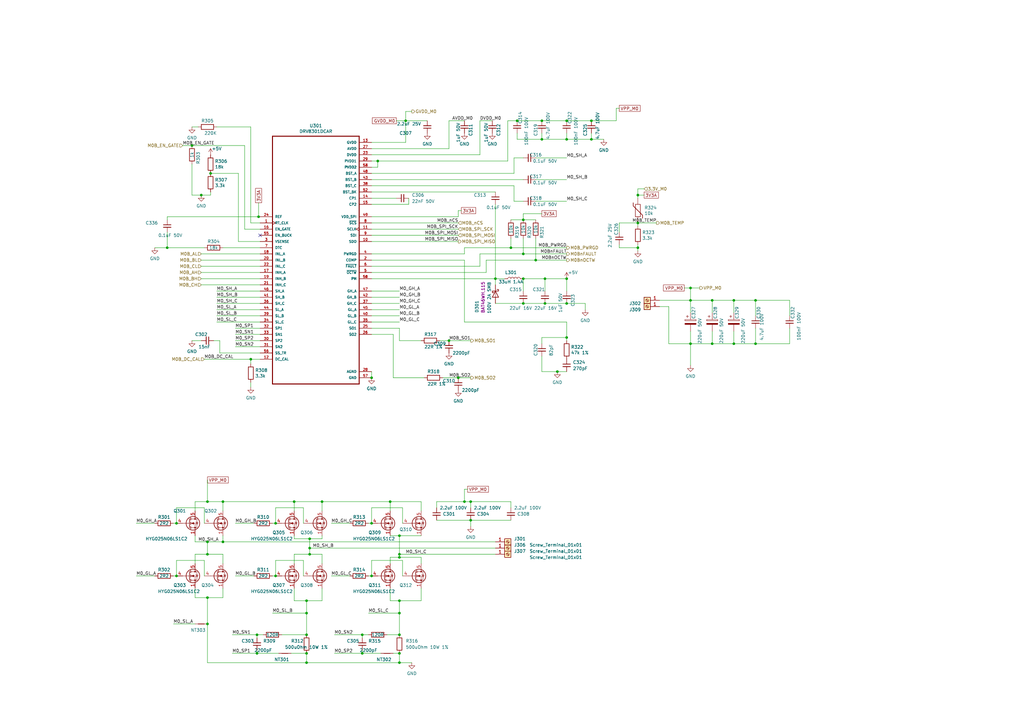
<source format=kicad_sch>
(kicad_sch (version 20230121) (generator eeschema)
  (paper "A3")
  (title_block (title "Q Motor Driver M0") (rev "1") (comment 1 "Drawn by: KHY"))
  (junction (at 106.045 88.9))
  (junction (at 68.58 101.6))
  (junction (at 102.87 147.32))
  (junction (at 232.41 138.43))
  (junction (at 223.52 124.46))
  (junction (at 214.63 114.3))
  (junction (at 203.2 114.3))
  (junction (at 82.55 80.01))
  (junction (at 283.21 123.19))
  (junction (at 113.03 236.22))
  (junction (at 125.73 246.38))
  (junction (at 193.04 213.36))
  (junction (at 222.25 57.15))
  (junction (at 212.09 49.53))
  (junction (at 125.73 251.46))
  (junction (at 232.41 49.53))
  (junction (at 85.09 255.905))
  (junction (at 85.09 205.74))
  (junction (at 91.44 205.74))
  (junction (at 184.15 139.7))
  (junction (at 166.37 49.53))
  (junction (at 214.63 104.14))
  (junction (at 292.1 140.97))
  (junction (at 193.04 205.74))
  (junction (at 283.21 140.97))
  (junction (at 163.83 227.33))
  (junction (at 242.57 57.15))
  (junction (at 105.41 267.97))
  (junction (at 214.63 90.17))
  (junction (at 160.02 205.74))
  (junction (at 91.44 222.25))
  (junction (at 232.41 57.15))
  (junction (at 261.62 91.44))
  (junction (at 214.63 124.46))
  (junction (at 242.57 49.53))
  (junction (at 163.83 219.71))
  (junction (at 300.99 140.97))
  (junction (at 127 227.33))
  (junction (at 300.99 123.19))
  (junction (at 72.39 214.63))
  (junction (at 148.59 267.97))
  (junction (at 105.41 260.35))
  (junction (at 232.41 124.46))
  (junction (at 163.83 271.78))
  (junction (at 72.39 236.22))
  (junction (at 187.96 154.94))
  (junction (at 113.03 214.63))
  (junction (at 152.4 154.94))
  (junction (at 292.1 123.19))
  (junction (at 125.73 267.97))
  (junction (at 125.73 260.35))
  (junction (at 120.65 205.74))
  (junction (at 152.4 236.22))
  (junction (at 152.4 214.63))
  (junction (at 163.83 228.6))
  (junction (at 85.09 245.11))
  (junction (at 148.59 260.35))
  (junction (at 78.74 59.69))
  (junction (at 163.83 267.97))
  (junction (at 222.25 49.53))
  (junction (at 163.83 251.46))
  (junction (at 163.83 260.35))
  (junction (at 132.08 205.74))
  (junction (at 261.62 80.01))
  (junction (at 232.41 114.3))
  (junction (at 219.71 106.68))
  (junction (at 154.94 66.04))
  (junction (at 125.73 271.78))
  (junction (at 85.09 227.33))
  (junction (at 261.62 101.6))
  (junction (at 163.83 246.38))
  (junction (at 190.5 205.74))
  (junction (at 127 224.79))
  (junction (at 127 220.98))
  (junction (at 223.52 114.3))
  (junction (at 309.88 123.19))
  (junction (at 85.09 222.25))
  (junction (at 209.55 101.6))
  (junction (at 86.36 71.12))
  (junction (at 309.88 140.97))
  (junction (at 228.6 152.4))
  (junction (at 283.21 118.11))
  (no_connect (at 106.68 96.52))
  (wire (pts (xy 232.41 57.15) (xy 242.57 57.15)))
  (wire (pts (xy 68.58 90.17) (xy 68.58 88.9)))
  (wire (pts (xy 252.73 44.45) (xy 252.73 49.53)))
  (wire (pts (xy 148.59 267.97) (xy 156.21 267.97)))
  (wire (pts (xy 105.41 260.35) (xy 105.41 261.62)))
  (wire (pts (xy 160.02 228.6) (xy 160.02 231.14)))
  (wire (pts (xy 323.85 134.62) (xy 323.85 140.97)))
  (wire (pts (xy 163.83 134.62) (xy 152.4 134.62)))
  (wire (pts (xy 261.62 80.01) (xy 261.62 81.28)))
  (wire (pts (xy 203.2 116.84) (xy 203.2 114.3)))
  (wire (pts (xy 82.55 116.84) (xy 106.68 116.84)))
  (wire (pts (xy 300.99 123.19) (xy 309.88 123.19)))
  (wire (pts (xy 83.82 208.28) (xy 72.39 208.28)))
  (wire (pts (xy 201.93 49.53) (xy 196.85 49.53)))
  (wire (pts (xy 223.52 114.3) (xy 214.63 114.3)))
  (wire (pts (xy 91.44 231.14) (xy 91.44 227.33)))
  (wire (pts (xy 190.5 101.6) (xy 190.5 104.14)))
  (wire (pts (xy 163.83 139.7) (xy 163.83 134.62)))
  (wire (pts (xy 264.16 77.47) (xy 261.62 77.47)))
  (wire (pts (xy 172.72 241.3) (xy 172.72 246.38)))
  (wire (pts (xy 214.63 97.79) (xy 214.63 104.14)))
  (wire (pts (xy 120.65 219.71) (xy 120.65 220.98)))
  (wire (pts (xy 212.09 57.15) (xy 222.25 57.15)))
  (wire (pts (xy 190.5 132.08) (xy 190.5 106.68)))
  (wire (pts (xy 163.83 227.33) (xy 163.83 228.6)))
  (wire (pts (xy 309.88 140.97) (xy 323.85 140.97)))
  (wire (pts (xy 193.04 213.36) (xy 209.55 213.36)))
  (wire (pts (xy 270.51 123.19) (xy 283.21 123.19)))
  (wire (pts (xy 132.08 219.71) (xy 132.08 220.98)))
  (wire (pts (xy 172.72 228.6) (xy 163.83 228.6)))
  (wire (pts (xy 132.08 220.98) (xy 127 220.98)))
  (wire (pts (xy 209.55 208.28) (xy 209.55 205.74)))
  (wire (pts (xy 80.01 241.3) (xy 80.01 245.11)))
  (wire (pts (xy 212.09 54.61) (xy 212.09 57.15)))
  (wire (pts (xy 210.82 64.77) (xy 210.82 71.12)))
  (wire (pts (xy 152.4 81.28) (xy 162.56 81.28)))
  (wire (pts (xy 96.52 134.62) (xy 106.68 134.62)))
  (wire (pts (xy 300.99 128.27) (xy 300.99 123.19)))
  (wire (pts (xy 82.55 109.22) (xy 106.68 109.22)))
  (wire (pts (xy 214.63 90.17) (xy 219.71 90.17)))
  (wire (pts (xy 148.59 266.7) (xy 148.59 267.97)))
  (wire (pts (xy 193.04 154.94) (xy 187.96 154.94)))
  (wire (pts (xy 120.65 220.98) (xy 127 220.98)))
  (wire (pts (xy 124.46 208.28) (xy 113.03 208.28)))
  (wire (pts (xy 88.9 121.92) (xy 106.68 121.92)))
  (wire (pts (xy 214.63 104.14) (xy 232.41 104.14)))
  (wire (pts (xy 120.65 205.74) (xy 132.08 205.74)))
  (wire (pts (xy 100.33 59.69) (xy 100.33 93.98)))
  (wire (pts (xy 232.41 119.38) (xy 232.41 114.3)))
  (wire (pts (xy 102.87 91.44) (xy 106.68 91.44)))
  (wire (pts (xy 214.63 124.46) (xy 223.52 124.46)))
  (wire (pts (xy 199.39 106.68) (xy 199.39 111.76)))
  (wire (pts (xy 151.13 251.46) (xy 163.83 251.46)))
  (wire (pts (xy 120.65 205.74) (xy 120.65 209.55)))
  (wire (pts (xy 254 101.6) (xy 261.62 101.6)))
  (wire (pts (xy 152.4 152.4) (xy 152.4 154.94)))
  (wire (pts (xy 165.1 208.28) (xy 152.4 208.28)))
  (wire (pts (xy 96.52 139.7) (xy 106.68 139.7)))
  (wire (pts (xy 269.24 91.44) (xy 261.62 91.44)))
  (wire (pts (xy 161.29 137.16) (xy 161.29 154.94)))
  (wire (pts (xy 88.9 127) (xy 106.68 127)))
  (wire (pts (xy 232.41 124.46) (xy 240.03 124.46)))
  (wire (pts (xy 165.1 229.87) (xy 152.4 229.87)))
  (wire (pts (xy 85.09 222.25) (xy 91.44 222.25)))
  (wire (pts (xy 152.4 71.12) (xy 210.82 71.12)))
  (wire (pts (xy 72.39 208.28) (xy 72.39 214.63)))
  (wire (pts (xy 309.88 123.19) (xy 309.88 129.54)))
  (wire (pts (xy 187.96 88.9) (xy 152.4 88.9)))
  (wire (pts (xy 242.57 54.61) (xy 242.57 57.15)))
  (wire (pts (xy 88.9 132.08) (xy 106.68 132.08)))
  (wire (pts (xy 152.4 109.22) (xy 196.85 109.22)))
  (wire (pts (xy 300.99 123.19) (xy 292.1 123.19)))
  (wire (pts (xy 83.82 214.63) (xy 83.82 208.28)))
  (wire (pts (xy 86.36 78.74) (xy 86.36 80.01)))
  (wire (pts (xy 107.95 260.35) (xy 105.41 260.35)))
  (wire (pts (xy 209.55 101.6) (xy 190.5 101.6)))
  (wire (pts (xy 222.25 57.15) (xy 232.41 57.15)))
  (wire (pts (xy 124.46 214.63) (xy 124.46 208.28)))
  (wire (pts (xy 132.08 209.55) (xy 132.08 205.74)))
  (wire (pts (xy 323.85 129.54) (xy 323.85 123.19)))
  (wire (pts (xy 97.79 71.12) (xy 97.79 99.06)))
  (wire (pts (xy 166.37 49.53) (xy 166.37 58.42)))
  (wire (pts (xy 199.39 111.76) (xy 152.4 111.76)))
  (wire (pts (xy 219.71 97.79) (xy 219.71 106.68)))
  (wire (pts (xy 160.02 241.3) (xy 160.02 246.38)))
  (wire (pts (xy 80.01 245.11) (xy 85.09 245.11)))
  (wire (pts (xy 106.68 88.9) (xy 106.045 88.9)))
  (wire (pts (xy 91.44 205.74) (xy 91.44 209.55)))
  (wire (pts (xy 223.52 114.3) (xy 232.41 114.3)))
  (wire (pts (xy 88.9 52.07) (xy 102.87 52.07)))
  (wire (pts (xy 127 220.98) (xy 127 224.79)))
  (wire (pts (xy 152.4 78.74) (xy 203.2 78.74)))
  (wire (pts (xy 91.44 101.6) (xy 106.68 101.6)))
  (wire (pts (xy 187.96 86.36) (xy 187.96 88.9)))
  (wire (pts (xy 68.58 95.25) (xy 68.58 101.6)))
  (wire (pts (xy 163.83 132.08) (xy 152.4 132.08)))
  (wire (pts (xy 106.68 114.3) (xy 82.55 114.3)))
  (wire (pts (xy 96.52 236.22) (xy 104.14 236.22)))
  (wire (pts (xy 88.9 119.38) (xy 106.68 119.38)))
  (wire (pts (xy 193.04 139.7) (xy 184.15 139.7)))
  (wire (pts (xy 132.08 227.33) (xy 132.08 231.14)))
  (wire (pts (xy 163.83 267.97) (xy 163.83 271.78)))
  (wire (pts (xy 132.08 241.3) (xy 132.08 246.38)))
  (wire (pts (xy 222.25 152.4) (xy 222.25 146.05)))
  (wire (pts (xy 83.82 236.22) (xy 83.82 229.87)))
  (wire (pts (xy 125.73 267.97) (xy 125.73 271.78)))
  (wire (pts (xy 119.38 267.97) (xy 125.73 267.97)))
  (wire (pts (xy 96.52 142.24) (xy 106.68 142.24)))
  (wire (pts (xy 85.09 227.33) (xy 85.09 222.25)))
  (wire (pts (xy 152.4 114.3) (xy 203.2 114.3)))
  (wire (pts (xy 78.74 67.31) (xy 78.74 80.01)))
  (wire (pts (xy 190.5 132.08) (xy 232.41 132.08)))
  (wire (pts (xy 163.83 219.71) (xy 163.83 227.33)))
  (wire (pts (xy 132.08 246.38) (xy 125.73 246.38)))
  (wire (pts (xy 212.09 49.53) (xy 222.25 49.53)))
  (wire (pts (xy 163.83 121.92) (xy 152.4 121.92)))
  (wire (pts (xy 68.58 88.9) (xy 106.045 88.9)))
  (wire (pts (xy 274.32 140.97) (xy 283.21 140.97)))
  (wire (pts (xy 120.65 227.33) (xy 127 227.33)))
  (wire (pts (xy 88.9 129.54) (xy 106.68 129.54)))
  (wire (pts (xy 261.62 102.87) (xy 261.62 101.6)))
  (wire (pts (xy 254 44.45) (xy 252.73 44.45)))
  (wire (pts (xy 80.01 231.14) (xy 80.01 227.33)))
  (wire (pts (xy 232.41 73.66) (xy 219.71 73.66)))
  (wire (pts (xy 85.09 245.11) (xy 85.09 255.905)))
  (wire (pts (xy 163.83 127) (xy 152.4 127)))
  (wire (pts (xy 71.12 214.63) (xy 72.39 214.63)))
  (wire (pts (xy 148.59 260.35) (xy 137.16 260.35)))
  (wire (pts (xy 152.4 229.87) (xy 152.4 236.22)))
  (wire (pts (xy 96.52 214.63) (xy 104.14 214.63)))
  (wire (pts (xy 173.99 154.94) (xy 161.29 154.94)))
  (wire (pts (xy 125.73 246.38) (xy 125.73 251.46)))
  (wire (pts (xy 208.28 49.53) (xy 212.09 49.53)))
  (wire (pts (xy 187.96 99.06) (xy 152.4 99.06)))
  (wire (pts (xy 209.55 101.6) (xy 232.41 101.6)))
  (wire (pts (xy 78.74 59.69) (xy 100.33 59.69)))
  (wire (pts (xy 163.83 251.46) (xy 163.83 260.35)))
  (wire (pts (xy 172.72 246.38) (xy 163.83 246.38)))
  (wire (pts (xy 184.15 139.7) (xy 180.34 139.7)))
  (wire (pts (xy 105.41 267.97) (xy 105.41 266.7)))
  (wire (pts (xy 91.44 227.33) (xy 85.09 227.33)))
  (wire (pts (xy 78.74 52.07) (xy 81.28 52.07)))
  (wire (pts (xy 232.41 138.43) (xy 232.41 139.7)))
  (wire (pts (xy 111.76 251.46) (xy 125.73 251.46)))
  (wire (pts (xy 172.72 139.7) (xy 163.83 139.7)))
  (wire (pts (xy 166.37 45.72) (xy 166.37 49.53)))
  (wire (pts (xy 71.12 236.22) (xy 72.39 236.22)))
  (wire (pts (xy 111.76 214.63) (xy 113.03 214.63)))
  (wire (pts (xy 193.04 205.74) (xy 190.5 205.74)))
  (wire (pts (xy 106.68 106.68) (xy 82.55 106.68)))
  (wire (pts (xy 151.13 260.35) (xy 148.59 260.35)))
  (wire (pts (xy 203.2 83.82) (xy 203.2 114.3)))
  (wire (pts (xy 283.21 140.97) (xy 283.21 149.86)))
  (wire (pts (xy 187.96 93.98) (xy 152.4 93.98)))
  (wire (pts (xy 191.77 200.66) (xy 190.5 200.66)))
  (wire (pts (xy 196.85 109.22) (xy 196.85 104.14)))
  (wire (pts (xy 172.72 209.55) (xy 172.72 205.74)))
  (wire (pts (xy 115.57 260.35) (xy 125.73 260.35)))
  (wire (pts (xy 189.23 86.36) (xy 187.96 86.36)))
  (wire (pts (xy 78.74 80.01) (xy 82.55 80.01)))
  (wire (pts (xy 232.41 64.77) (xy 219.71 64.77)))
  (wire (pts (xy 208.28 66.04) (xy 154.94 66.04)))
  (wire (pts (xy 222.25 138.43) (xy 232.41 138.43)))
  (wire (pts (xy 165.1 214.63) (xy 165.1 208.28)))
  (wire (pts (xy 309.88 123.19) (xy 323.85 123.19)))
  (wire (pts (xy 80.01 205.74) (xy 80.01 209.55)))
  (wire (pts (xy 78.74 139.7) (xy 82.55 139.7)))
  (wire (pts (xy 90.17 144.78) (xy 106.68 144.78)))
  (wire (pts (xy 196.85 104.14) (xy 214.63 104.14)))
  (wire (pts (xy 179.07 205.74) (xy 179.07 208.28)))
  (wire (pts (xy 90.17 139.7) (xy 87.63 139.7)))
  (wire (pts (xy 120.65 241.3) (xy 120.65 246.38)))
  (wire (pts (xy 196.85 63.5) (xy 152.4 63.5)))
  (wire (pts (xy 160.02 246.38) (xy 163.83 246.38)))
  (wire (pts (xy 252.73 49.53) (xy 242.57 49.53)))
  (wire (pts (xy 199.39 106.68) (xy 219.71 106.68)))
  (wire (pts (xy 86.36 80.01) (xy 82.55 80.01)))
  (wire (pts (xy 292.1 123.19) (xy 283.21 123.19)))
  (wire (pts (xy 210.82 76.2) (xy 210.82 82.55)))
  (wire (pts (xy 214.63 114.3) (xy 214.63 119.38)))
  (wire (pts (xy 102.87 147.32) (xy 106.68 147.32)))
  (wire (pts (xy 228.6 152.4) (xy 222.25 152.4)))
  (wire (pts (xy 113.03 229.87) (xy 113.03 236.22)))
  (wire (pts (xy 95.25 267.97) (xy 105.41 267.97)))
  (wire (pts (xy 190.5 205.74) (xy 179.07 205.74)))
  (wire (pts (xy 152.4 208.28) (xy 152.4 214.63)))
  (wire (pts (xy 242.57 57.15) (xy 247.65 57.15)))
  (wire (pts (xy 97.79 99.06) (xy 106.68 99.06)))
  (wire (pts (xy 223.52 119.38) (xy 223.52 114.3)))
  (wire (pts (xy 261.62 77.47) (xy 261.62 80.01)))
  (wire (pts (xy 152.4 129.54) (xy 163.83 129.54)))
  (wire (pts (xy 95.25 260.35) (xy 105.41 260.35)))
  (wire (pts (xy 102.87 147.32) (xy 102.87 149.225)))
  (wire (pts (xy 222.25 87.63) (xy 214.63 87.63)))
  (wire (pts (xy 222.25 54.61) (xy 222.25 57.15)))
  (wire (pts (xy 161.29 267.97) (xy 163.83 267.97)))
  (wire (pts (xy 91.44 219.71) (xy 91.44 222.25)))
  (wire (pts (xy 309.88 140.97) (xy 300.99 140.97)))
  (wire (pts (xy 232.41 132.08) (xy 232.41 138.43)))
  (wire (pts (xy 292.1 123.19) (xy 292.1 128.27)))
  (wire (pts (xy 167.64 83.82) (xy 152.4 83.82)))
  (wire (pts (xy 137.16 267.97) (xy 148.59 267.97)))
  (wire (pts (xy 152.4 68.58) (xy 154.94 68.58)))
  (wire (pts (xy 154.94 66.04) (xy 152.4 66.04)))
  (wire (pts (xy 208.28 49.53) (xy 208.28 66.04)))
  (wire (pts (xy 90.17 144.78) (xy 90.17 139.7)))
  (wire (pts (xy 154.94 68.58) (xy 154.94 66.04)))
  (wire (pts (xy 190.5 200.66) (xy 190.5 205.74)))
  (wire (pts (xy 181.61 154.94) (xy 187.96 154.94)))
  (wire (pts (xy 179.07 213.36) (xy 193.04 213.36)))
  (wire (pts (xy 232.41 54.61) (xy 232.41 57.15)))
  (wire (pts (xy 106.68 124.46) (xy 88.9 124.46)))
  (wire (pts (xy 274.32 125.73) (xy 274.32 140.97)))
  (wire (pts (xy 120.65 246.38) (xy 125.73 246.38)))
  (wire (pts (xy 264.16 80.01) (xy 261.62 80.01)))
  (wire (pts (xy 106.045 83.185) (xy 106.045 88.9)))
  (wire (pts (xy 254 91.44) (xy 254 95.25)))
  (wire (pts (xy 91.44 222.25) (xy 203.2 222.25)))
  (wire (pts (xy 83.82 147.32) (xy 102.87 147.32)))
  (wire (pts (xy 190.5 49.53) (xy 184.15 49.53)))
  (wire (pts (xy 132.08 205.74) (xy 160.02 205.74)))
  (wire (pts (xy 102.87 156.845) (xy 102.87 158.75)))
  (wire (pts (xy 184.15 49.53) (xy 184.15 60.96)))
  (wire (pts (xy 223.52 124.46) (xy 232.41 124.46)))
  (wire (pts (xy 309.88 134.62) (xy 309.88 140.97)))
  (wire (pts (xy 106.68 111.76) (xy 82.55 111.76)))
  (wire (pts (xy 68.58 101.6) (xy 83.82 101.6)))
  (wire (pts (xy 240.03 124.46) (xy 240.03 127)))
  (wire (pts (xy 85.09 271.78) (xy 85.09 255.905)))
  (wire (pts (xy 71.12 255.905) (xy 80.01 255.905)))
  (wire (pts (xy 125.73 271.78) (xy 163.83 271.78)))
  (wire (pts (xy 91.44 245.11) (xy 85.09 245.11)))
  (wire (pts (xy 214.63 64.77) (xy 210.82 64.77)))
  (wire (pts (xy 283.21 135.89) (xy 283.21 140.97)))
  (wire (pts (xy 113.03 208.28) (xy 113.03 214.63)))
  (wire (pts (xy 270.51 125.73) (xy 274.32 125.73)))
  (wire (pts (xy 280.67 118.11) (xy 283.21 118.11)))
  (wire (pts (xy 127 227.33) (xy 132.08 227.33)))
  (wire (pts (xy 292.1 135.89) (xy 292.1 140.97)))
  (wire (pts (xy 254 100.33) (xy 254 101.6)))
  (wire (pts (xy 72.39 229.87) (xy 72.39 236.22)))
  (wire (pts (xy 160.02 205.74) (xy 172.72 205.74)))
  (wire (pts (xy 82.55 104.14) (xy 106.68 104.14)))
  (wire (pts (xy 210.82 82.55) (xy 214.63 82.55)))
  (wire (pts (xy 120.65 231.14) (xy 120.65 227.33)))
  (wire (pts (xy 165.1 236.22) (xy 165.1 229.87)))
  (wire (pts (xy 80.01 205.74) (xy 85.09 205.74)))
  (wire (pts (xy 163.83 227.33) (xy 203.2 227.33)))
  (wire (pts (xy 196.85 49.53) (xy 196.85 63.5)))
  (wire (pts (xy 63.5 101.6) (xy 68.58 101.6)))
  (wire (pts (xy 124.46 236.22) (xy 124.46 229.87)))
  (wire (pts (xy 124.46 229.87) (xy 113.03 229.87)))
  (wire (pts (xy 152.4 119.38) (xy 163.83 119.38)))
  (wire (pts (xy 167.64 81.28) (xy 167.64 83.82)))
  (wire (pts (xy 148.59 260.35) (xy 148.59 261.62)))
  (wire (pts (xy 193.04 213.36) (xy 193.04 215.9)))
  (wire (pts (xy 222.25 140.97) (xy 222.25 138.43)))
  (wire (pts (xy 80.01 227.33) (xy 85.09 227.33)))
  (wire (pts (xy 190.5 104.14) (xy 152.4 104.14)))
  (wire (pts (xy 80.01 219.71) (xy 80.01 222.25)))
  (wire (pts (xy 135.89 214.63) (xy 143.51 214.63)))
  (wire (pts (xy 74.93 59.69) (xy 78.74 59.69)))
  (wire (pts (xy 125.73 271.78) (xy 85.09 271.78)))
  (wire (pts (xy 261.62 91.44) (xy 261.62 92.71)))
  (wire (pts (xy 168.91 45.72) (xy 166.37 45.72)))
  (wire (pts (xy 261.62 91.44) (xy 254 91.44)))
  (wire (pts (xy 135.89 236.22) (xy 143.51 236.22)))
  (wire (pts (xy 222.25 49.53) (xy 232.41 49.53)))
  (wire (pts (xy 219.71 106.68) (xy 232.41 106.68)))
  (wire (pts (xy 127 224.79) (xy 127 227.33)))
  (wire (pts (xy 232.41 152.4) (xy 228.6 152.4)))
  (wire (pts (xy 283.21 118.11) (xy 287.02 118.11)))
  (wire (pts (xy 184.15 60.96) (xy 152.4 60.96)))
  (wire (pts (xy 83.82 229.87) (xy 72.39 229.87)))
  (wire (pts (xy 96.52 137.16) (xy 106.68 137.16)))
  (wire (pts (xy 125.73 251.46) (xy 125.73 260.35)))
  (wire (pts (xy 160.02 219.71) (xy 163.83 219.71)))
  (wire (pts (xy 55.88 214.63) (xy 63.5 214.63)))
  (wire (pts (xy 152.4 124.46) (xy 163.83 124.46)))
  (wire (pts (xy 209.55 90.17) (xy 214.63 90.17)))
  (wire (pts (xy 160.02 205.74) (xy 160.02 209.55)))
  (wire (pts (xy 151.13 214.63) (xy 152.4 214.63)))
  (wire (pts (xy 152.4 76.2) (xy 210.82 76.2)))
  (wire (pts (xy 283.21 118.11) (xy 283.21 123.19)))
  (wire (pts (xy 232.41 49.53) (xy 242.57 49.53)))
  (wire (pts (xy 209.55 97.79) (xy 209.55 101.6)))
  (wire (pts (xy 172.72 231.14) (xy 172.72 228.6)))
  (wire (pts (xy 166.37 58.42) (xy 152.4 58.42)))
  (wire (pts (xy 163.83 228.6) (xy 160.02 228.6)))
  (wire (pts (xy 111.76 236.22) (xy 113.03 236.22)))
  (wire (pts (xy 283.21 123.19) (xy 283.21 128.27)))
  (wire (pts (xy 292.1 140.97) (xy 283.21 140.97)))
  (wire (pts (xy 55.88 236.22) (xy 63.5 236.22)))
  (wire (pts (xy 214.63 87.63) (xy 214.63 90.17)))
  (wire (pts (xy 91.44 205.74) (xy 120.65 205.74)))
  (wire (pts (xy 203.2 124.46) (xy 214.63 124.46)))
  (wire (pts (xy 152.4 91.44) (xy 187.96 91.44)))
  (wire (pts (xy 261.62 101.6) (xy 261.62 100.33)))
  (wire (pts (xy 85.09 196.85) (xy 85.09 205.74)))
  (wire (pts (xy 85.09 205.74) (xy 91.44 205.74)))
  (wire (pts (xy 163.83 219.71) (xy 172.72 219.71)))
  (wire (pts (xy 127 224.79) (xy 203.2 224.79)))
  (wire (pts (xy 162.56 49.53) (xy 166.37 49.53)))
  (wire (pts (xy 105.41 267.97) (xy 114.3 267.97)))
  (wire (pts (xy 163.83 246.38) (xy 163.83 251.46)))
  (wire (pts (xy 300.99 135.89) (xy 300.99 140.97)))
  (wire (pts (xy 203.2 114.3) (xy 207.01 114.3)))
  (wire (pts (xy 300.99 140.97) (xy 292.1 140.97)))
  (wire (pts (xy 152.4 96.52) (xy 187.96 96.52)))
  (wire (pts (xy 232.41 82.55) (xy 219.71 82.55)))
  (wire (pts (xy 190.5 106.68) (xy 152.4 106.68)))
  (wire (pts (xy 152.4 137.16) (xy 161.29 137.16)))
  (wire (pts (xy 100.33 93.98) (xy 106.68 93.98)))
  (wire (pts (xy 163.83 271.78) (xy 168.91 271.78)))
  (wire (pts (xy 91.44 241.3) (xy 91.44 245.11)))
  (wire (pts (xy 209.55 205.74) (xy 193.04 205.74)))
  (wire (pts (xy 151.13 236.22) (xy 152.4 236.22)))
  (wire (pts (xy 175.26 49.53) (xy 166.37 49.53)))
  (wire (pts (xy 80.01 222.25) (xy 85.09 222.25)))
  (wire (pts (xy 193.04 208.28) (xy 193.04 205.74)))
  (wire (pts (xy 158.75 260.35) (xy 163.83 260.35)))
  (wire (pts (xy 152.4 73.66) (xy 214.63 73.66)))
  (wire (pts (xy 86.36 71.12) (xy 97.79 71.12)))
  (wire (pts (xy 102.87 52.07) (xy 102.87 91.44)))
  (label "M0_SP2" (at 137.16 267.97 0))
  (label "M0_SN1" (at 96.52 137.16 0))
  (label "M0_SL_B" (at 111.76 251.46 0))
  (label "M0_GH_A" (at 55.88 214.63 0))
  (label "M0B_SO2" (at 193.04 154.94 180))
  (label "M0_SH_A" (at 88.9 119.38 0))
  (label "M0B_TEMP" (at 269.24 91.44 180))
  (label "M0_SH_A" (at 232.41 64.77 0))
  (label "M0_GL_A" (at 55.88 236.22 0))
  (label "M0BnOCTW" (at 232.41 106.68 180))
  (label "M0_GH_C" (at 135.89 214.63 0))
  (label "M0B_DC_CAL" (at 83.82 147.32 0))
  (label "M0_SP1" (at 95.25 267.97 0))
  (label "M0_GL_C" (at 163.83 132.08 0))
  (label "M0_SN2" (at 137.16 260.35 0))
  (label "M0_SN1" (at 95.25 260.35 0))
  (label "AVDD_M0" (at 185.42 49.53 0))
  (label "M0_SH_B" (at 232.41 73.66 0))
  (label "M0_SL_A" (at 88.9 127 0))
  (label "M0B_SO1" (at 193.04 139.7 180))
  (label "M0B_SPI_MISO" (at 187.96 99.06 180))
  (label "M0_SH_C" (at 166.37 227.33 0))
  (label "M0_GH_A" (at 163.83 119.38 0))
  (label "M0_GL_A" (at 163.83 127 0))
  (label "M0_SL_B" (at 88.9 129.54 0))
  (label "M0B_SPI_MOSI" (at 187.96 96.52 180))
  (label "M0_GL_B" (at 96.52 236.22 0))
  (label "M0_SH_B" (at 88.9 121.92 0))
  (label "M0_SP2" (at 96.52 139.7 0))
  (label "M0_SH_A" (at 81.28 222.25 0))
  (label "M0_SL_C" (at 88.9 132.08 0))
  (label "M0_GH_C" (at 163.83 124.46 0))
  (label "M0_SP1" (at 96.52 134.62 0))
  (label "DVDD_M0" (at 196.85 49.53 0))
  (label "M0_GH_B" (at 163.83 121.92 0))
  (label "M0_SL_C" (at 151.13 251.46 0))
  (label "M0B_EN_GATE" (at 74.93 59.69 0))
  (label "M0_SL_A" (at 71.12 255.905 0))
  (label "M0BnFAULT" (at 232.41 104.14 180))
  (label "M0_SH_C" (at 88.9 124.46 0))
  (label "M0_GL_B" (at 163.83 129.54 0))
  (label "M0B_PWRGD" (at 232.41 101.6 180))
  (label "M0_GH_B" (at 96.52 214.63 0))
  (label "M0_SH_B" (at 128.27 224.79 0))
  (label "M0_SH_C" (at 232.41 82.55 0))
  (label "M0B_nCS" (at 187.96 91.44 180))
  (label "M0_SN2" (at 96.52 142.24 0))
  (label "M0_GL_C" (at 135.89 236.22 0))
  (label "M0B_SPI_SCK" (at 187.96 93.98 180))
  (global_label "VPP_M0" (shape passive) (at 191.77 200.66 0) (property "Intersheetrefs" "${INTERSHEET_REFS}" (effects hide)))
  (global_label "VPP_M0" (shape passive) (at 280.67 118.11 180) (property "Intersheetrefs" "${INTERSHEET_REFS}" (effects hide)))
  (global_label "3V3A" (shape passive) (at 222.25 87.63 0) (property "Intersheetrefs" "${INTERSHEET_REFS}" (effects hide)))
  (global_label "VPP_M0" (shape passive) (at 254 44.45 0) (property "Intersheetrefs" "${INTERSHEET_REFS}" (effects hide)))
  (global_label "3V3A" (shape passive) (at 106.045 83.185 90) (property "Intersheetrefs" "${INTERSHEET_REFS}" (effects hide)))
  (global_label "GVDD_M0" (shape passive) (at 162.56 49.53 180) (property "Intersheetrefs" "${INTERSHEET_REFS}" (effects hide)))
  (global_label "VPP_M0" (shape passive) (at 85.09 196.85 0) (property "Intersheetrefs" "${INTERSHEET_REFS}" (effects hide)))
  (global_label "3V3A" (shape passive) (at 189.23 86.36 0) (property "Intersheetrefs" "${INTERSHEET_REFS}" (effects hide)))
  (global_label "3V3A" (shape passive) (at 264.16 80.01 0) (property "Intersheetrefs" "${INTERSHEET_REFS}" (effects hide)))
  (hierarchical_label "VPP_M0" (shape output) (at 287.02 118.11 0))
  (hierarchical_label "M0B_EN_GATE" (shape input) (at 74.93 59.69 180))
  (hierarchical_label "GVDD_M0" (shape output) (at 168.91 45.72 0))
  (hierarchical_label "M0B_nCS" (shape input) (at 187.96 91.44 0))
  (hierarchical_label "M0B_SPI_MISO" (shape output) (at 187.96 99.06 0))
  (hierarchical_label "M0B_SPI_MOSI" (shape input) (at 187.96 96.52 0))
  (hierarchical_label "M0B_DC_CAL" (shape input) (at 83.82 147.32 180))
  (hierarchical_label "M0B_SO2" (shape output) (at 193.04 154.94 0))
  (hierarchical_label "M0B_BH" (shape input) (at 82.55 114.3 180))
  (hierarchical_label "M0B_TEMP" (shape output) (at 269.24 91.44 0))
  (hierarchical_label "M0B_CH" (shape input) (at 82.55 116.84 180))
  (hierarchical_label "M0B_PWRGD" (shape output) (at 232.41 101.6 0))
  (hierarchical_label "M0B_CL" (shape input) (at 82.55 109.22 180))
  (hierarchical_label "M0B_AL" (shape input) (at 82.55 104.14 180))
  (hierarchical_label "M0B_BL" (shape input) (at 82.55 106.68 180))
  (hierarchical_label "M0BnOCTW" (shape output) (at 232.41 106.68 0))
  (hierarchical_label "M0B_SPI_SCK" (shape input) (at 187.96 93.98 0))
  (hierarchical_label "3.3V_M0" (shape input) (at 264.16 77.47 0))
  (hierarchical_label "M0BnFAULT" (shape output) (at 232.41 104.14 0))
  (hierarchical_label "M0B_AH" (shape input) (at 82.55 111.76 180))
  (hierarchical_label "M0B_SO1" (shape output) (at 193.04 139.7 0))
  (symbol (lib_id "Device:C_Small") (at 193.04 210.82 0) (unit 1)
    (property "Reference" "C304" (at 195.58 210.82 0) (effects (justify left)))
    (property "Value" "2.2uF 100V" (at 194.31 208.28 0) (effects (justify left)))
    (property "Footprint" "Capacitor_SMD:C_1210_3225Metric" (effects hide))
    (property "MPN" "HMK325B7225KN-T" (effects hide))
    (property "JLC" "1210" (effects hide))
    (property "LCSC" "C92775" (effects hide))
    (property "Unit Price" "0.1262" (effects hide))
  )
  (symbol (lib_id "Device:C_Small") (at 148.59 264.16 180) (unit 1)
    (property "Reference" "C305" (at 144.78 262.89 0))
    (property "Value" "2200pF" (at 151.13 266.7 0))
    (property "Footprint" "Capacitor_SMD:C_0402_1005Metric" (effects hide))
    (property "MPN" "CC0402KRX7R0BB222" (effects hide))
    (property "JLC" "0402" (effects hide))
    (property "LCSC" "C576731" (effects hide))
    (property "Unit Price" "0.0042" (effects hide))
  )
  (symbol (lib_id "power:GND") (at 261.62 102.87 0) (unit 1)
    (property "Reference" "#PWR0215" (effects hide))
    (property "Value" "GND" (at 261.62 107.315 0))
    (instances (project "qdrive_2axis" (path "" (reference "#PWR0215") (unit 1)) (path "" (reference "#PWR0302") (unit 1))))
  )
  (symbol (lib_id "Device:R") (at 85.09 52.07 270) (unit 1)
    (property "Reference" "R305" (at 85.09 49.53 90))
    (property "Value" "220K" (at 86.36 54.61 90))
    (property "Footprint" "Resistor_SMD:R_0402_1005Metric" (effects hide))
    (property "MPN" "CR0402-JW-224GLF" (effects hide))
    (property "JLC" "0402" (effects hide))
    (property "LCSC" "C203142" (effects hide))
    (property "Unit Price" "0.005" (effects hide))
  )
  (symbol (lib_id "Device:C_Small") (at 222.25 143.51 0) (unit 1)
    (property "Reference" "C320" (at 219.71 146.05 90) (effects (justify left)))
    (property "Value" "82pF" (at 226.06 146.05 90) (effects (justify left)))
    (property "Footprint" "Capacitor_SMD:C_0402_1005Metric" (effects hide))
    (property "MPN" "C1005NP0820JGTS" (effects hide))
    (property "JLC" "0402" (effects hide))
    (property "LCSC" "C147470" (effects hide))
    (property "Unit Price" "0.0007" (effects hide))
  )
  (symbol (lib_id "power:GND") (at 283.21 149.86 0) (unit 1)
    (property "Reference" "#PWR0215" (effects hide))
    (property "Value" "GND" (at 283.21 154.305 0))
    (instances (project "qdrive_2axis" (path "" (reference "#PWR0215") (unit 1)) (path "" (reference "#PWR0311") (unit 1))))
  )
  (symbol (lib_id "Device:C_Small") (at 232.41 52.07 0) (unit 1)
    (property "Reference" "C322" (at 233.68 50.8 90) (effects (justify left)))
    (property "Value" "100nF 100V" (at 236.22 59.69 90) (effects (justify left)))
    (property "Footprint" "Capacitor_SMD:C_0402_1005Metric" (effects hide))
    (property "MPN" "GRM155R62A104KE14D" (effects hide))
    (property "JLC" "0402" (effects hide))
    (property "LCSC" "C162178" (effects hide))
    (property "Unit Price" "0.0110" (effects hide))
  )
  (symbol (lib_id "Transistor_FET:CSD18540Q5B") (at 88.9 214.63 0) (unit 1)
    (property "Reference" "Q302" (at 83.82 209.55 0) (effects (justify left)))
    (property "Value" "HYG025N06LS1C2" (effects hide))
    (property "Footprint" "Package_TO_SOT_SMD:TDSON-8-1" (effects hide))
    (property "Datasheet" "https://datasheet.lcsc.com/lcsc/2105242011_HUAYI-HYG025N06LS1C2_C2827231.pdf" (effects hide))
    (property "MPN" "HYG025N06LS1C2" (effects hide))
    (property "JLC" "DFN-8(5x6)" (effects hide))
    (property "LCSC" "C2827231" (effects hide))
    (property "Unit Price" "0.6189" (effects hide))
  )
  (symbol (lib_id "bldc_motor_cntroller-rescue:CP-Device") (at 300.99 132.08 0) (unit 1)
    (property "Reference" "C329" (at 302.26 130.81 90) (effects (justify left)))
    (property "Value" "220uF 50V" (at 304.8 140.97 90) (effects (justify left)))
    (property "Footprint" "Capacitor_SMD:CP_Elec_10x14.3" (effects hide))
    (property "MPN" "BXA50VC220M10*10_10.0TP" (effects hide))
    (property "JLC" "SMD,D10xL16.5mm" (effects hide))
    (property "LCSC" "C371284" (effects hide))
    (property "Unit Price" "0.2409" (effects hide))
  )
  (symbol (lib_id "Device:C_Small") (at 323.85 132.08 0) (unit 1)
    (property "Reference" "C332" (at 325.12 130.81 90) (effects (justify left)))
    (property "Value" "100nF 100V" (at 327.66 139.7 90) (effects (justify left)))
    (property "Footprint" "Capacitor_SMD:C_0402_1005Metric" (effects hide))
    (property "MPN" "GRM155R62A104KE14D" (effects hide))
    (property "JLC" "0402" (effects hide))
    (property "LCSC" "C162178" (effects hide))
    (property "Unit Price" "0.0110" (effects hide))
  )
  (symbol (lib_id "bldc_motor_cntroller-rescue:CP-Device") (at 283.21 132.08 0) (unit 1)
    (property "Reference" "C327" (at 284.48 130.81 90) (effects (justify left)))
    (property "Value" "220uF 50V" (at 287.02 140.97 90) (effects (justify left)))
    (property "Footprint" "Capacitor_SMD:CP_Elec_10x14.3" (effects hide))
    (property "MPN" "BXA50VC220M10*10_10.0TP" (effects hide))
    (property "JLC" "SMD,D10xL16.5mm" (effects hide))
    (property "LCSC" "C371284" (effects hide))
    (property "Unit Price" "0.2409" (effects hide))
  )
  (symbol (lib_id "Connector:Screw_Terminal_01x01") (at 208.28 224.79 0) (unit 1)
    (property "Reference" "J306" (at 210.82 223.5199 0) (effects (justify left)))
    (property "Value" "Screw_Terminal_01x01" (at 217.17 226.06 0) (effects (justify left)))
    (property "Footprint" "Connector_Wire:SolderWire-2.5sqmm_1x01_D2.4mm_OD3.6mm" (effects hide))
  )
  (symbol (lib_id "bldc_motor_cntroller-rescue:Net-Tie_2-Device") (at 82.55 255.905 0) (unit 1)
    (property "Reference" "NT303" (at 81.28 258.445 0))
    (property "Value" "Net-Tie_2" (effects hide))
    (property "Footprint" "NetTie:NetTie-2_SMD_Pad0.5mm" (effects hide))
    (property "MPN" "-" (effects hide))
  )
  (symbol (lib_id "Device:R") (at 86.36 67.31 180) (unit 1)
    (property "Reference" "R306" (at 88.138 66.1416 0) (effects (justify right)))
    (property "Value" "18k" (at 88.138 68.453 0) (effects (justify right)))
    (property "Footprint" "Resistor_SMD:R_0402_1005Metric" (effects hide))
    (property "MPN" "RC0402FR-0718KL" (effects hide))
    (property "JLC" "0402" (effects hide))
    (property "LCSC" "C138044" (effects hide))
    (property "Unit Price" "0.0007" (effects hide))
  )
  (symbol (lib_id "power:GND") (at 240.03 127 0) (unit 1)
    (property "Reference" "#PWR0215" (effects hide))
    (property "Value" "GND" (at 240.03 131.445 0))
    (instances (project "qdrive_2axis" (path "" (reference "#PWR0215") (unit 1)) (path "" (reference "#PWR0310") (unit 1))))
  )
  (symbol (lib_id "power:GND") (at 184.15 144.78 0) (unit 1)
    (property "Reference" "#PWR0215" (effects hide))
    (property "Value" "GND" (at 184.15 149.225 0))
    (instances (project "qdrive_2axis" (path "" (reference "#PWR0215") (unit 1)) (path "" (reference "#PWR0316") (unit 1))))
  )
  (symbol (lib_id "Device:C_Small") (at 179.07 210.82 0) (unit 1)
    (property "Reference" "C301" (at 181.61 210.82 0) (effects (justify left)))
    (property "Value" "2.2uF 100V" (at 180.34 208.28 0) (effects (justify left)))
    (property "Footprint" "Capacitor_SMD:C_1210_3225Metric" (effects hide))
    (property "MPN" "HMK325B7225KN-T" (effects hide))
    (property "JLC" "1210" (effects hide))
    (property "LCSC" "C92775" (effects hide))
    (property "Unit Price" "0.1262" (effects hide))
  )
  (symbol (lib_id "Transistor_FET:CSD18540Q5B") (at 77.47 236.22 0) (unit 1)
    (property "Reference" "Q303" (at 71.12 240.03 0) (effects (justify left)))
    (property "Value" "HYG025N06LS1C2" (at 64.77 242.57 0) (effects (justify left)))
    (property "Footprint" "Package_TO_SOT_SMD:TDSON-8-1" (effects hide))
    (property "Datasheet" "https://datasheet.lcsc.com/lcsc/2105242011_HUAYI-HYG025N06LS1C2_C2827231.pdf" (effects hide))
    (property "MPN" "HYG025N06LS1C2" (effects hide))
    (property "JLC" "DFN-8(5x6)" (effects hide))
    (property "LCSC" "C2827231" (effects hide))
    (property "Unit Price" "0.6189" (effects hide))
  )
  (symbol (lib_id "power:GND") (at 228.6 152.4 0) (unit 1)
    (property "Reference" "#PWR0215" (effects hide))
    (property "Value" "GND" (at 228.6 156.845 0))
    (instances (project "qdrive_2axis" (path "" (reference "#PWR0215") (unit 1)) (path "" (reference "#PWR0313") (unit 1))))
  )
  (symbol (lib_id "power:GND") (at 78.74 52.07 0) (unit 1)
    (property "Reference" "#PWR0215" (effects hide))
    (property "Value" "GND" (at 78.74 56.515 0))
    (instances (project "qdrive_2axis" (path "" (reference "#PWR0215") (unit 1)) (path "" (reference "#PWR0303") (unit 1))))
  )
  (symbol (lib_id "power:GND") (at 247.65 57.15 0) (unit 1)
    (property "Reference" "#PWR0215" (effects hide))
    (property "Value" "GND" (at 247.65 61.595 0))
    (instances (project "qdrive_2axis" (path "" (reference "#PWR0215") (unit 1)) (path "" (reference "#PWR0301") (unit 1))))
  )
  (symbol (lib_id "power:+5V") (at 86.36 63.5 0) (unit 1)
    (property "Reference" "#PWR0306" (effects hide))
    (property "Value" "+5V" (at 88.9 60.96 0))
  )
  (symbol (lib_id "bldc_motor_cntroller-rescue:CP-Device") (at 292.1 132.08 0) (unit 1)
    (property "Reference" "C328" (at 293.37 130.81 90) (effects (justify left)))
    (property "Value" "220uF 50V" (at 295.91 140.97 90) (effects (justify left)))
    (property "Footprint" "Capacitor_SMD:CP_Elec_10x14.3" (effects hide))
    (property "MPN" "BXA50VC220M10*10_10.0TP" (effects hide))
    (property "JLC" "SMD,D10xL16.5mm" (effects hide))
    (property "LCSC" "C371284" (effects hide))
    (property "Unit Price" "0.2409" (effects hide))
  )
  (symbol (lib_id "Device:R") (at 177.8 154.94 90) (unit 1)
    (property "Reference" "R318" (at 177.8 152.4 90))
    (property "Value" "22R 1%" (at 179.07 157.48 90))
    (property "Footprint" "Resistor_SMD:R_0402_1005Metric" (effects hide))
    (property "MPN" "AC0402JR-0722RL" (effects hide))
    (property "JLC" "0402" (effects hide))
    (property "LCSC" "C144722" (effects hide))
    (property "Unit Price" "0.0008" (effects hide))
  )
  (symbol (lib_id "Device:C_Small") (at 187.96 157.48 180) (unit 1)
    (property "Reference" "C310" (at 184.15 156.21 0))
    (property "Value" "2200pF" (at 193.04 160.02 0))
    (property "Footprint" "Capacitor_SMD:C_0402_1005Metric" (effects hide))
    (property "MPN" "CC0402KRX7R0BB222" (effects hide))
    (property "JLC" "0402" (effects hide))
    (property "LCSC" "C576731" (effects hide))
    (property "Unit Price" "0.0042" (effects hide))
  )
  (symbol (lib_id "Transistor_FET:CSD18540Q5B") (at 77.47 214.63 0) (unit 1)
    (property "Reference" "Q301" (at 71.12 209.55 0) (effects (justify left)))
    (property "Value" "HYG025N06LS1C2" (at 59.69 220.98 0) (effects (justify left)))
    (property "Footprint" "Package_TO_SOT_SMD:TDSON-8-1" (effects hide))
    (property "Datasheet" "https://datasheet.lcsc.com/lcsc/2105242011_HUAYI-HYG025N06LS1C2_C2827231.pdf" (effects hide))
    (property "MPN" "HYG025N06LS1C2" (effects hide))
    (property "JLC" "DFN-8(5x6)" (effects hide))
    (property "LCSC" "C2827231" (effects hide))
    (property "Unit Price" "0.6189" (effects hide))
  )
  (symbol (lib_id "Device:C_Small") (at 242.57 52.07 0) (unit 1)
    (property "Reference" "C325" (at 240.03 55.88 90) (effects (justify left)))
    (property "Value" "4.7uF 100V" (at 245.11 57.15 90) (effects (justify left)))
    (property "Footprint" "Capacitor_SMD:C_1210_3225Metric" (effects hide))
    (property "MPN" "HMK325C7475KMHPE" (effects hide))
    (property "JLC" "1210" (effects hide))
    (property "LCSC" "C385986" (effects hide))
    (property "Unit Price" "0.2014" (effects hide))
  )
  (symbol (lib_id "Device:C_Small") (at 212.09 52.07 0) (unit 1)
    (property "Reference" "C314" (at 213.36 50.8 90) (effects (justify left)))
    (property "Value" "100nF 100V" (at 215.9 59.69 90) (effects (justify left)))
    (property "Footprint" "Capacitor_SMD:C_0402_1005Metric" (effects hide))
    (property "MPN" "GRM155R62A104KE14D" (effects hide))
    (property "JLC" "0402" (effects hide))
    (property "LCSC" "C162178" (effects hide))
    (property "Unit Price" "0.0110" (effects hide))
  )
  (symbol (lib_id "Connector:Screw_Terminal_01x01") (at 208.28 222.25 0) (unit 1)
    (property "Reference" "J301" (at 210.82 220.9799 0) (effects (justify left)))
    (property "Value" "Screw_Terminal_01x01" (at 217.17 223.52 0) (effects (justify left)))
    (property "Footprint" "Connector_Wire:SolderWire-2.5sqmm_1x01_D2.4mm_OD3.6mm" (effects hide))
  )
  (symbol (lib_id "Device:R") (at 87.63 101.6 270) (unit 1)
    (property "Reference" "R304" (at 87.63 99.06 90))
    (property "Value" "18k" (at 87.63 101.6 90))
    (property "Footprint" "Resistor_SMD:R_0402_1005Metric" (effects hide))
    (property "MPN" "RC0402FR-0718KL" (effects hide))
    (property "JLC" "0402" (effects hide))
    (property "LCSC" "C138044" (effects hide))
    (property "Unit Price" "0.0007" (effects hide))
  )
  (symbol (lib_id "power:+5V") (at 232.41 114.3 0) (unit 1)
    (property "Reference" "#PWR0327" (effects hide))
    (property "Value" "+5V" (at 234.95 111.76 0))
  )
  (symbol (lib_id "power:GND") (at 102.87 158.75 0) (unit 1)
    (property "Reference" "#PWR0215" (effects hide))
    (property "Value" "GND" (at 102.87 163.195 0))
    (instances (project "qdrive_2axis" (path "" (reference "#PWR0215") (unit 1)) (path "" (reference "#PWR0305") (unit 1))))
  )
  (symbol (lib_id "Transistor_FET:CSD18540Q5B") (at 118.11 236.22 0) (unit 1)
    (property "Reference" "Q307" (at 111.76 240.03 0) (effects (justify left)))
    (property "Value" "HYG025N06LS1C2" (at 102.87 242.57 0) (effects (justify left)))
    (property "Footprint" "Package_TO_SOT_SMD:TDSON-8-1" (effects hide))
    (property "Datasheet" "https://datasheet.lcsc.com/lcsc/2105242011_HUAYI-HYG025N06LS1C2_C2827231.pdf" (effects hide))
    (property "MPN" "HYG025N06LS1C2" (effects hide))
    (property "Sim.Device" "SPICE" (effects hide))
    (property "Sim.Params" "type=\"Q\" model=\"HYG025N06LS1C2\" lib=\"\"" (effects hide))
    (property "Sim.Pins" "1=1 2=2 3=3 4=4 5=5" (effects hide))
    (property "JLC" "DFN-8(5x6)" (effects hide))
    (property "LCSC" "C2827231" (effects hide))
    (property "Unit Price" "0.6189" (effects hide))
  )
  (symbol (lib_id "Device:C_Small") (at 223.52 121.92 0) (unit 1)
    (property "Reference" "C321" (at 218.44 118.745 0) (effects (justify left)))
    (property "Value" "22uF 16V" (at 219.075 126.365 0) (effects (justify left)))
    (property "Footprint" "Capacitor_SMD:C_1210_3225Metric" (effects hide))
    (property "Datasheet" "https://search.murata.co.jp/Ceramy/image/img/A01X/G101/ENG/GRM32EC81C476KE15-01.pdf" (effects hide))
    (property "MPN" "GRM32ER71C226KEA8L" (effects hide))
    (property "JLC" "1210" (effects hide))
    (property "LCSC" "C703078" (effects hide))
    (property "Unit Price" "0.1551" (effects hide))
  )
  (symbol (lib_id "Device:C_Small") (at 309.88 132.08 0) (unit 1)
    (property "Reference" "C330" (at 311.15 130.81 90) (effects (justify left)))
    (property "Value" "4.7uF 100V" (at 312.42 139.7 90) (effects (justify left)))
    (property "Footprint" "Capacitor_SMD:C_1210_3225Metric" (effects hide))
    (property "MPN" "HMK325C7475KMHPE" (effects hide))
    (property "JLC" "1210" (effects hide))
    (property "LCSC" "C385986" (effects hide))
    (property "Unit Price" "0.2014" (effects hide))
  )
  (symbol (lib_id "Device:R") (at 78.74 63.5 180) (unit 1)
    (property "Reference" "R303" (at 81.28 64.77 90))
    (property "Value" "1k" (at 78.74 63.5 90))
    (property "Footprint" "Resistor_SMD:R_0402_1005Metric" (effects hide))
    (property "MPN" "RC0402JR-7W1KL" (effects hide))
    (property "JLC" "0402" (effects hide))
    (property "LCSC" "C5120104" (effects hide))
    (property "Unit Price" "0.002" (effects hide))
  )
  (symbol (lib_id "Device:R") (at 102.87 153.035 180) (unit 1)
    (property "Reference" "R308" (at 104.648 151.8666 0) (effects (justify right)))
    (property "Value" "3.3k" (at 104.648 154.178 0) (effects (justify right)))
    (property "Footprint" "Resistor_SMD:R_0402_1005Metric" (effects hide))
    (property "MPN" "CRCW04023K30FKEDC" (effects hide))
    (property "JLC" "0603" (effects hide))
    (property "LCSC" "C5224103" (effects hide))
    (property "Unit Price" "0.0010" (effects hide))
  )
  (symbol (lib_id "Device:C_Small") (at 201.93 52.07 0) (unit 1)
    (property "Reference" "C312" (at 204.47 55.88 90) (effects (justify left)))
    (property "Value" "1uF 50V" (at 199.39 58.42 90) (effects (justify left)))
    (property "Footprint" "Capacitor_SMD:C_0603_1608Metric" (effects hide))
    (property "MPN" "GRM188R61H105KAALD" (effects hide))
    (property "JLC" "0603" (effects hide))
    (property "LCSC" "C77386" (effects hide))
    (property "Unit Price" "0.0205" (effects hide))
  )
  (symbol (lib_id "Device:R") (at 111.76 260.35 90) (unit 1)
    (property "Reference" "R309" (at 110.49 262.89 90))
    (property "Value" "120R" (at 111.76 260.35 90))
    (property "Footprint" "Resistor_SMD:R_0603_1608Metric" (effects hide))
    (property "MPN" "AF0603FR-07120RL" (effects hide))
    (property "JLC" "0603" (effects hide))
    (property "LCSC" "C144083" (effects hide))
    (property "Unit Price" "0.0028" (effects hide))
  )
  (symbol (lib_id "Device:R") (at 107.95 214.63 90) (unit 1)
    (property "Reference" "R310" (at 107.95 212.09 90))
    (property "Value" "2R2" (at 107.95 214.63 90))
    (property "Footprint" "Resistor_SMD:R_0603_1608Metric" (effects hide))
    (property "MPN" "RC0603FR-072R2L" (effects hide))
    (property "JLC" "0603" (effects hide))
    (property "LCSC" "C112307" (effects hide))
    (property "Unit Price" "0.0022" (effects hide))
  )
  (symbol (lib_id "Device:Thermistor") (at 261.62 86.36 0) (unit 1)
    (property "Reference" "R324" (at 264.287 85.1916 0) (effects (justify left)))
    (property "Value" "10k" (at 264.287 87.503 0) (effects (justify left)))
    (property "Footprint" "Resistor_SMD:R_0402_1005Metric" (effects hide))
    (property "MPN" "NCP18XH103F03RB" (effects hide))
    (property "LCSC" "C77131" (effects hide))
    (property "Unit Price" "0.0311" (effects hide))
  )
  (symbol (lib_id "Device:R") (at 147.32 214.63 90) (unit 1)
    (property "Reference" "R313" (at 147.32 212.09 90))
    (property "Value" "2R2" (at 147.32 214.63 90))
    (property "Footprint" "Resistor_SMD:R_0603_1608Metric" (effects hide))
    (property "MPN" "RC0603FR-072R2L" (effects hide))
    (property "JLC" "0603" (effects hide))
    (property "LCSC" "C112307" (effects hide))
    (property "Unit Price" "0.0022" (effects hide))
  )
  (symbol (lib_id "Device:C_Small") (at 203.2 81.28 0) (unit 1)
    (property "Reference" "C313" (at 196.85 80.01 0))
    (property "Value" "0.1uF 50V" (at 204.47 85.09 0))
    (property "Footprint" "Capacitor_SMD:C_0402_1005Metric" (effects hide))
    (property "MPN" "GCM155R71H104KE02J" (effects hide))
    (property "JLC" "0402" (effects hide))
    (property "LCSC" "C2649549" (effects hide))
    (property "Unit Price" "0.0086" (effects hide))
  )
  (symbol (lib_id "Transistor_FET:CSD18540Q5B") (at 118.11 214.63 0) (unit 1)
    (property "Reference" "Q305" (at 111.76 218.44 0) (effects (justify left)))
    (property "Value" "HYG025N06LS1C2" (at 102.87 220.98 0) (effects (justify left)))
    (property "Footprint" "Package_TO_SOT_SMD:TDSON-8-1" (effects hide))
    (property "Datasheet" "https://datasheet.lcsc.com/lcsc/2105242011_HUAYI-HYG025N06LS1C2_C2827231.pdf" (effects hide))
    (property "MPN" "HYG025N06LS1C2" (effects hide))
    (property "JLC" "DFN-8(5x6)" (effects hide))
    (property "LCSC" "C2827231" (effects hide))
    (property "Unit Price" "0.6189" (effects hide))
  )
  (symbol (lib_id "Device:C_Small") (at 217.17 82.55 270) (unit 1)
    (property "Reference" "C318" (at 219.71 81.28 90))
    (property "Value" "0.1uF 50V" (at 223.52 83.82 90))
    (property "Footprint" "Capacitor_SMD:C_0402_1005Metric" (effects hide))
    (property "MPN" "GCM155R71H104KE02J" (effects hide))
    (property "JLC" "0402" (effects hide))
    (property "LCSC" "C2649549" (effects hide))
    (property "Unit Price" "0.0086" (effects hide))
  )
  (symbol (lib_id "Transistor_FET:CSD18540Q5B") (at 129.54 214.63 0) (unit 1)
    (property "Reference" "Q306" (at 123.19 218.44 0) (effects (justify left)))
    (property "Value" "HYG025N06LS1C2" (effects hide))
    (property "Footprint" "Package_TO_SOT_SMD:TDSON-8-1" (effects hide))
    (property "Datasheet" "https://datasheet.lcsc.com/lcsc/2105242011_HUAYI-HYG025N06LS1C2_C2827231.pdf" (effects hide))
    (property "MPN" "HYG025N06LS1C2" (effects hide))
    (property "JLC" "DFN-8(5x6)" (effects hide))
    (property "LCSC" "C2827231" (effects hide))
    (property "Unit Price" "0.6189" (effects hide))
  )
  (symbol (lib_id "power:GND") (at 152.4 154.94 0) (unit 1)
    (property "Reference" "#PWR0215" (effects hide))
    (property "Value" "GND" (at 152.4 159.385 0))
    (instances (project "qdrive_2axis" (path "" (reference "#PWR0215") (unit 1)) (path "" (reference "#PWR0312") (unit 1))))
  )
  (symbol (lib_id "Device:C_Small") (at 217.17 73.66 270) (unit 1)
    (property "Reference" "C317" (at 219.71 72.39 90))
    (property "Value" "0.1uF 50V" (at 223.52 74.93 90))
    (property "Footprint" "Capacitor_SMD:C_0402_1005Metric" (effects hide))
    (property "MPN" "GCM155R71H104KE02J" (effects hide))
    (property "JLC" "0402" (effects hide))
    (property "LCSC" "C2649549" (effects hide))
    (property "Unit Price" "0.0086" (effects hide))
  )
  (symbol (lib_id "Transistor_FET:CSD18540Q5B") (at 129.54 236.22 0) (unit 1)
    (property "Reference" "Q308" (at 123.19 240.03 0) (effects (justify left)))
    (property "Value" "HYG025N06LS1C2" (effects hide))
    (property "Footprint" "Package_TO_SOT_SMD:TDSON-8-1" (effects hide))
    (property "Datasheet" "https://datasheet.lcsc.com/lcsc/2105242011_HUAYI-HYG025N06LS1C2_C2827231.pdf" (effects hide))
    (property "MPN" "HYG025N06LS1C2" (effects hide))
    (property "JLC" "DFN-8(5x6)" (effects hide))
    (property "LCSC" "C2827231" (effects hide))
    (property "Unit Price" "0.6189" (effects hide))
  )
  (symbol (lib_id "Device:L") (at 210.82 114.3 90) (unit 1)
    (property "Reference" "L301" (at 209.55 111.76 90))
    (property "Value" "33uH 1.4A" (at 209.55 115.57 90))
    (property "Footprint" "qdrive_footprints:L_Taiyo-Yuden_NR-60xx" (effects hide))
    (property "Datasheet" "https://www.bourns.com/docs/Product-Datasheets/SRN6045.pdf" (effects hide))
    (property "MPN" "NR6045T330M" (effects hide))
    (property "LCSC" "C92942" (effects hide))
    (property "Unit Price" "0.1425" (effects hide))
  )
  (symbol (lib_id "power:GND") (at 63.5 101.6 0) (unit 1)
    (property "Reference" "#PWR0215" (effects hide))
    (property "Value" "GND" (at 63.5 106.045 0))
    (instances (project "qdrive_2axis" (path "" (reference "#PWR0215") (unit 1)) (path "" (reference "#PWR0308") (unit 1))))
  )
  (symbol (lib_id "Device:C_Small") (at 175.26 52.07 180) (unit 1)
    (property "Reference" "C307" (at 168.91 54.61 0) (effects (justify left)))
    (property "Value" "2.2uF 25V" (at 172.72 50.8 0) (effects (justify left)))
    (property "Footprint" "Capacitor_SMD:C_0603_1608Metric" (effects hide))
    (property "MPN" "CL10A225KB8NNNC" (effects hide))
    (property "JLC" "0603" (effects hide))
    (property "LCSC" "C913904" (effects hide))
    (property "Unit Price" "0.0264" (effects hide))
  )
  (symbol (lib_id "Device:C_Small") (at 232.41 121.92 0) (unit 1)
    (property "Reference" "C323" (at 234.95 125.73 90) (effects (justify left)))
    (property "Value" "1uF 50V" (at 229.87 128.27 90) (effects (justify left)))
    (property "Footprint" "Capacitor_SMD:C_0603_1608Metric" (effects hide))
    (property "MPN" "GRM188R61H105KAALD" (effects hide))
    (property "JLC" "0603" (effects hide))
    (property "LCSC" "C77386" (effects hide))
    (property "Unit Price" "0.0205" (effects hide))
  )
  (symbol (lib_id "power:GND") (at 82.55 80.01 0) (unit 1)
    (property "Reference" "#PWR0215" (effects hide))
    (property "Value" "GND" (at 82.55 84.455 0))
    (instances (project "qdrive_2axis" (path "" (reference "#PWR0215") (unit 1)) (path "" (reference "#PWR0307") (unit 1))))
  )
  (symbol (lib_id "bldc_motor_cntroller-rescue:Net-Tie_2-Device") (at 116.84 267.97 0) (unit 1)
    (property "Reference" "NT301" (at 115.57 270.51 0))
    (property "Value" "Net-Tie_2" (effects hide))
    (property "Footprint" "NetTie:NetTie-2_SMD_Pad0.5mm" (effects hide))
    (property "MPN" "-" (effects hide))
  )
  (symbol (lib_id "Device:C_Small") (at 105.41 264.16 180) (unit 1)
    (property "Reference" "C303" (at 101.6 262.89 0))
    (property "Value" "2200pF" (at 107.95 266.7 0))
    (property "Footprint" "Capacitor_SMD:C_0402_1005Metric" (effects hide))
    (property "MPN" "CC0402KRX7R0BB222" (effects hide))
    (property "JLC" "0402" (effects hide))
    (property "LCSC" "C576731" (effects hide))
    (property "Unit Price" "0.0042" (effects hide))
  )
  (symbol (lib_id "power:GND") (at 193.04 215.9 0) (unit 1)
    (property "Reference" "#PWR0215" (effects hide))
    (property "Value" "GND" (at 193.04 220.345 0))
    (instances (project "qdrive_2axis" (path "" (reference "#PWR0215") (unit 1)) (path "" (reference "#PWR0319") (unit 1))))
  )
  (symbol (lib_id "Device:R") (at 209.55 93.98 180) (unit 1)
    (property "Reference" "R319" (at 212.09 95.25 90))
    (property "Value" "10k" (at 209.55 93.98 90))
    (property "Footprint" "Resistor_SMD:R_0603_1608Metric" (effects hide))
    (property "MPN" "RC0603FR-0710KL" (effects hide))
    (property "JLC" "0603" (effects hide))
    (property "LCSC" "C98220" (effects hide))
    (property "Unit Price" "0.001" (effects hide))
  )
  (symbol (lib_id "Device:R") (at 107.95 236.22 90) (unit 1)
    (property "Reference" "R311" (at 107.95 233.68 90))
    (property "Value" "2R2" (at 107.95 236.22 90))
    (property "Footprint" "Resistor_SMD:R_0603_1608Metric" (effects hide))
    (property "MPN" "RC0603FR-072R2L" (effects hide))
    (property "JLC" "0603" (effects hide))
    (property "LCSC" "C112307" (effects hide))
    (property "Unit Price" "0.0022" (effects hide))
  )
  (symbol (lib_id "Device:R") (at 86.36 74.93 180) (unit 1)
    (property "Reference" "R307" (at 88.138 73.7616 0) (effects (justify right)))
    (property "Value" "3.3k" (at 88.138 76.073 0) (effects (justify right)))
    (property "Footprint" "Resistor_SMD:R_0402_1005Metric" (effects hide))
    (property "MPN" "CRCW04023K30FKEDC" (effects hide))
    (property "JLC" "0402" (effects hide))
    (property "LCSC" "C5224103" (effects hide))
    (property "Unit Price" "0.0010" (effects hide))
  )
  (symbol (lib_id "Device:R") (at 176.53 139.7 90) (unit 1)
    (property "Reference" "R317" (at 176.53 137.16 90))
    (property "Value" "22R 1%" (at 177.8 142.24 90))
    (property "Footprint" "Resistor_SMD:R_0402_1005Metric" (effects hide))
    (property "MPN" "AC0402JR-0722RL" (effects hide))
    (property "JLC" "0402" (effects hide))
    (property "LCSC" "C144722" (effects hide))
    (property "Unit Price" "0.0008" (effects hide))
  )
  (symbol (lib_id "Connector:Screw_Terminal_01x01") (at 208.28 227.33 0) (unit 1)
    (property "Reference" "J307" (at 210.82 226.0599 0) (effects (justify left)))
    (property "Value" "Screw_Terminal_01x01" (at 217.17 228.6 0) (effects (justify left)))
    (property "Footprint" "Connector_Wire:SolderWire-2.5sqmm_1x01_D2.4mm_OD3.6mm" (effects hide))
  )
  (symbol (lib_id "power:GND") (at 168.91 271.78 0) (unit 1)
    (property "Reference" "#PWR0215" (effects hide))
    (property "Value" "GND" (at 168.91 276.225 0))
    (instances (project "qdrive_2axis" (path "" (reference "#PWR0215") (unit 1)) (path "" (reference "#PWR0309") (unit 1))))
  )
  (symbol (lib_id "Device:D_Schottky") (at 203.2 120.65 270) (unit 1)
    (property "Reference" "D301" (at 195.58 123.19 0) (effects (justify left)))
    (property "Value" "100V 2A SMB" (at 200.66 115.57 0) (effects (justify left)))
    (property "Footprint" "Diode_SMD:D_SOD-123F" (effects hide))
    (property "MPN" "BAT46WH,115" (at 198.12 121.92 0))
    (property "JLC" "SOD-123F" (effects hide))
    (property "LCSC" "C426768" (effects hide))
    (property "Unit Price" "0.0656" (effects hide))
  )
  (symbol (lib_id "Device:C_Small") (at 209.55 210.82 0) (unit 1)
    (property "Reference" "C308" (at 212.09 210.82 0) (effects (justify left)))
    (property "Value" "2.2uF 100V" (at 210.82 208.28 0) (effects (justify left)))
    (property "Footprint" "Capacitor_SMD:C_1210_3225Metric" (effects hide))
    (property "MPN" "HMK325B7225KN-T" (effects hide))
    (property "JLC" "1210" (effects hide))
    (property "LCSC" "C92775" (effects hide))
    (property "Unit Price" "0.1262" (effects hide))
  )
  (symbol (lib_id "Device:R") (at 67.31 236.22 90) (unit 1)
    (property "Reference" "R302" (at 67.31 233.68 90))
    (property "Value" "2R2" (at 67.31 236.22 90))
    (property "Footprint" "Resistor_SMD:R_0603_1608Metric" (effects hide))
    (property "MPN" "RC0603FR-072R2L" (effects hide))
    (property "JLC" "0603" (effects hide))
    (property "LCSC" "C112307" (effects hide))
    (property "Unit Price" "0.0022" (effects hide))
  )
  (symbol (lib_id "Transistor_FET:CSD18540Q5B") (at 157.48 236.22 0) (unit 1)
    (property "Reference" "Q311" (at 151.13 240.03 0) (effects (justify left)))
    (property "Value" "HYG025N06LS1C2" (at 144.78 242.57 0) (effects (justify left)))
    (property "Footprint" "Package_TO_SOT_SMD:TDSON-8-1" (effects hide))
    (property "Datasheet" "https://datasheet.lcsc.com/lcsc/2105242011_HUAYI-HYG025N06LS1C2_C2827231.pdf" (effects hide))
    (property "MPN" "HYG025N06LS1C2" (effects hide))
    (property "JLC" "DFN-8(5x6)" (effects hide))
    (property "LCSC" "C2827231" (effects hide))
    (property "Unit Price" "0.6189" (effects hide))
  )
  (symbol (lib_id "Device:C_Small") (at 232.41 149.86 0) (unit 1)
    (property "Reference" "C324" (at 234.95 148.5962 0) (effects (justify left)))
    (property "Value" "270pF" (at 234.95 151.1362 0) (effects (justify left)))
    (property "Footprint" "Capacitor_SMD:C_0603_1608Metric" (effects hide))
    (property "MPN" "CC0603KRX7R9BB271" (effects hide))
    (property "JLC" "0603" (effects hide))
    (property "LCSC" "C107084" (effects hide))
    (property "Unit Price" "0.0030" (effects hide))
  )
  (symbol (lib_id "Device:C_Small") (at 68.58 92.71 0) (unit 1)
    (property "Reference" "C336" (at 62.23 91.44 0))
    (property "Value" "0.1uF 50V" (at 69.85 96.52 0))
    (property "Footprint" "Capacitor_SMD:C_0402_1005Metric" (effects hide))
    (property "MPN" "GCM155R71H104KE02J" (effects hide))
    (property "JLC" "0402" (effects hide))
    (property "LCSC" "C2649549" (effects hide))
    (property "Unit Price" "0.0086" (effects hide))
  )
  (symbol (lib_id "Device:C_Small") (at 222.25 52.07 0) (unit 1)
    (property "Reference" "C319" (at 219.71 55.88 90) (effects (justify left)))
    (property "Value" "4.7uF 100V" (at 224.79 57.15 90) (effects (justify left)))
    (property "Footprint" "Capacitor_SMD:C_1210_3225Metric" (effects hide))
    (property "MPN" "HMK325C7475KMHPE" (effects hide))
    (property "JLC" "1210" (effects hide))
    (property "LCSC" "C385986" (effects hide))
    (property "Unit Price" "0.2014" (effects hide))
  )
  (symbol (lib_id "Device:R") (at 232.41 143.51 0) (unit 1)
    (property "Reference" "R322" (at 234.188 142.3416 0) (effects (justify left)))
    (property "Value" "47k 1%" (at 234.188 144.653 0) (effects (justify left)))
    (property "Footprint" "Resistor_SMD:R_0402_1005Metric" (effects hide))
    (property "MPN" "RC0402FR-0747KL" (effects hide))
    (property "JLC" "0402" (effects hide))
    (property "LCSC" "C93943" (effects hide))
    (property "Unit Price" "0.0007" (effects hide))
  )
  (symbol (lib_id "Device:C_Small") (at 190.5 52.07 0) (unit 1)
    (property "Reference" "C311" (at 193.04 55.88 90) (effects (justify left)))
    (property "Value" "1uF 50V" (at 187.96 58.42 90) (effects (justify left)))
    (property "Footprint" "Capacitor_SMD:C_0603_1608Metric" (effects hide))
    (property "MPN" "GRM188R61H105KAALD" (effects hide))
    (property "JLC" "0603" (effects hide))
    (property "LCSC" "C77386" (effects hide))
    (property "Unit Price" "0.0205" (effects hide))
  )
  (symbol (lib_id "Device:C_Small") (at 165.1 81.28 90) (unit 1)
    (property "Reference" "C306" (at 168.91 80.01 90) (effects (justify right)))
    (property "Value" "22nF 50V" (at 168.91 82.55 90) (effects (justify right)))
    (property "Footprint" "Capacitor_SMD:C_0402_1005Metric" (effects hide))
    (property "MPN" "CL05B223KB5VPNC" (effects hide))
    (property "JLC" "0402" (effects hide))
    (property "LCSC" "C307335" (effects hide))
    (property "Unit Price" "0.0073" (effects hide))
  )
  (symbol (lib_id "Device:R") (at 163.83 264.16 180) (unit 1)
    (property "Reference" "R316" (at 166.37 262.89 0) (effects (justify right)))
    (property "Value" "500uOhm 10W 1%" (at 166.37 265.43 0) (effects (justify right)))
    (property "Footprint" "qdrive_footprints:WSLP3921L5000FEA" (effects hide))
    (property "MPN" "WSLP3921L5000FEA" (effects hide))
    (property "JLC" "3921" (effects hide))
    (property "LCSC" "C413491" (effects hide))
    (property "Unit Price" "0.4901" (effects hide))
  )
  (symbol (lib_id "Device:R") (at 214.63 93.98 180) (unit 1)
    (property "Reference" "R320" (at 217.17 95.25 90))
    (property "Value" "10k" (at 214.63 93.98 90))
    (property "Footprint" "Resistor_SMD:R_0603_1608Metric" (effects hide))
    (property "MPN" "RC0603FR-0710KL" (effects hide))
    (property "JLC" "0603" (effects hide))
    (property "LCSC" "C98220" (effects hide))
    (property "Unit Price" "0.001" (effects hide))
  )
  (symbol (lib_id "Device:R") (at 67.31 214.63 90) (unit 1)
    (property "Reference" "R301" (at 67.31 212.09 90))
    (property "Value" "2R2" (at 67.31 214.63 90))
    (property "Footprint" "Resistor_SMD:R_0603_1608Metric" (effects hide))
    (property "MPN" "RC0603FR-072R2L" (effects hide))
    (property "JLC" "0603" (effects hide))
    (property "LCSC" "C112307" (effects hide))
    (property "Unit Price" "0.0022" (effects hide))
  )
  (symbol (lib_id "Transistor_FET:CSD18540Q5B") (at 170.18 214.63 0) (unit 1)
    (property "Reference" "Q310" (at 163.83 217.17 0) (effects (justify left)))
    (property "Value" "HYG025N06LS1C2" (effects hide))
    (property "Footprint" "Package_TO_SOT_SMD:TDSON-8-1" (effects hide))
    (property "Datasheet" "https://datasheet.lcsc.com/lcsc/2105242011_HUAYI-HYG025N06LS1C2_C2827231.pdf" (effects hide))
    (property "MPN" "HYG025N06LS1C2" (effects hide))
    (property "JLC" "DFN-8(5x6)" (effects hide))
    (property "LCSC" "C2827231" (effects hide))
    (property "Unit Price" "0.6189" (effects hide))
  )
  (symbol (lib_id "Device:C_Small") (at 184.15 142.24 180) (unit 1)
    (property "Reference" "C309" (at 180.34 140.97 0))
    (property "Value" "2200pF" (at 189.23 144.78 0))
    (property "Footprint" "Capacitor_SMD:C_0402_1005Metric" (effects hide))
    (property "MPN" "CC0402KRX7R0BB222" (effects hide))
    (property "JLC" "0402" (effects hide))
    (property "LCSC" "C576731" (effects hide))
    (property "Unit Price" "0.0042" (effects hide))
  )
  (symbol (lib_id "power:GND") (at 187.96 160.02 0) (unit 1)
    (property "Reference" "#PWR0215" (effects hide))
    (property "Value" "GND" (at 187.96 164.465 0))
    (instances (project "qdrive_2axis" (path "" (reference "#PWR0215") (unit 1)) (path "" (reference "#PWR0315") (unit 1))))
  )
  (symbol (lib_id "Transistor_FET:CSD18540Q5B") (at 157.48 214.63 0) (unit 1)
    (property "Reference" "Q309" (at 151.13 218.44 0) (effects (justify left)))
    (property "Value" "HYG025N06LS1C2" (at 144.78 220.98 0) (effects (justify left)))
    (property "Footprint" "Package_TO_SOT_SMD:TDSON-8-1" (effects hide))
    (property "Datasheet" "https://datasheet.lcsc.com/lcsc/2105242011_HUAYI-HYG025N06LS1C2_C2827231.pdf" (effects hide))
    (property "MPN" "HYG025N06LS1C2" (effects hide))
    (property "JLC" "DFN-8(5x6)" (effects hide))
    (property "LCSC" "C2827231" (effects hide))
    (property "Unit Price" "0.6189" (effects hide))
  )
  (symbol (lib_id "Connector:Screw_Terminal_01x01") (at 265.43 123.19 180) (unit 1)
    (property "Reference" "J302" (at 262.89 124.4601 0) (effects (justify left)))
    (property "Value" "Screw_Terminal_01x01" (effects hide))
    (property "Footprint" "Connector_Wire:SolderWire-2.5sqmm_1x01_D2.4mm_OD3.6mm" (effects hide))
  )
  (symbol (lib_id "power:GND") (at 190.5 54.61 0) (unit 1)
    (property "Reference" "#PWR0215" (effects hide))
    (property "Value" "GND" (at 190.5 59.055 0))
    (instances (project "qdrive_2axis" (path "" (reference "#PWR0215") (unit 1)) (path "" (reference "#PWR0314") (unit 1))))
  )
  (symbol (lib_id "Device:C_Small") (at 254 97.79 0) (unit 1)
    (property "Reference" "C326" (at 252.73 96.52 90) (effects (justify left)))
    (property "Value" "2.2uF 25V" (at 250.19 101.6 90) (effects (justify left)))
    (property "Footprint" "Capacitor_SMD:C_0603_1608Metric" (effects hide))
    (property "MPN" "CL10A225KB8NNNC" (effects hide))
    (property "JLC" "0603" (effects hide))
    (property "LCSC" "C913904" (effects hide))
    (property "Unit Price" "0.0264" (effects hide))
  )
  (symbol (lib_id "Device:R") (at 261.62 96.52 180) (unit 1)
    (property "Reference" "R323" (at 263.398 95.3516 0) (effects (justify right)))
    (property "Value" "3.3k" (at 263.398 97.663 0) (effects (justify right)))
    (property "Footprint" "Resistor_SMD:R_0402_1005Metric" (effects hide))
    (property "MPN" "CRCW04023K30FKEDC" (effects hide))
    (property "JLC" "0402" (effects hide))
    (property "LCSC" "C5224103" (effects hide))
    (property "Unit Price" "0.0010" (effects hide))
  )
  (symbol (lib_id "Device:C_Small") (at 214.63 121.92 0) (unit 1)
    (property "Reference" "C315" (at 208.915 118.745 0) (effects (justify left)))
    (property "Value" "22uF 16V" (at 208.915 126.365 0) (effects (justify left)))
    (property "Footprint" "Capacitor_SMD:C_1210_3225Metric" (effects hide))
    (property "Datasheet" "https://search.murata.co.jp/Ceramy/image/img/A01X/G101/ENG/GRM32EC81C476KE15-01.pdf" (effects hide))
    (property "MPN" "GRM32ER71C226KEA8L" (effects hide))
    (property "JLC" "1210" (effects hide))
    (property "LCSC" "C703078" (effects hide))
    (property "Unit Price" "0.1551" (effects hide))
  )
  (symbol (lib_id "power:GND") (at 78.74 139.7 0) (unit 1)
    (property "Reference" "#PWR0215" (effects hide))
    (property "Value" "GND" (at 78.74 144.145 0))
    (instances (project "qdrive_2axis" (path "" (reference "#PWR0215") (unit 1)) (path "" (reference "#PWR0317") (unit 1))))
  )
  (symbol (lib_id "Connector:Screw_Terminal_01x01") (at 265.43 125.73 180) (unit 1)
    (property "Reference" "J309" (at 262.89 127.0001 0) (effects (justify left)))
    (property "Value" "Screw_Terminal_01x01" (effects hide))
    (property "Footprint" "Connector_Wire:SolderWire-2.5sqmm_1x01_D2.4mm_OD3.6mm" (effects hide))
  )
  (symbol (lib_id "Device:R") (at 125.73 264.16 180) (unit 1)
    (property "Reference" "R312" (at 119.38 262.89 0) (effects (justify right)))
    (property "Value" "500uOhm 10W 1%" (at 116.84 265.43 0) (effects (justify right)))
    (property "Footprint" "qdrive_footprints:WSLP3921L5000FEA" (effects hide))
    (property "MPN" "WSLP3921L5000FEA" (effects hide))
    (property "JLC" "3921" (effects hide))
    (property "LCSC" "C413491" (effects hide))
    (property "Unit Price" "0.4901" (effects hide))
  )
  (symbol (lib_id "Device:R") (at 154.94 260.35 90) (unit 1)
    (property "Reference" "R315" (at 153.67 262.89 90))
    (property "Value" "120R" (at 154.94 260.35 90))
    (property "Footprint" "Resistor_SMD:R_0603_1608Metric" (effects hide))
    (property "MPN" "AF0603FR-07120RL" (effects hide))
    (property "JLC" "0603" (effects hide))
    (property "LCSC" "C144083" (effects hide))
    (property "Unit Price" "0.0028" (effects hide))
  )
  (symbol (lib_id "bldc_motor_cntroller-rescue:DRV8301DCAR-DRV8301DCAR") (at 129.54 106.68 0) (unit 1)
    (property "Reference" "U301" (at 129.54 51.562 0))
    (property "Value" "DRV8301DCAR" (at 129.54 53.8734 0))
    (property "Footprint" "qdrive_footprints:SOP50P810X120-57N" (effects hide))
    (property "Datasheet" "F" (effects hide))
    (property "Field4" "IPC-7351B" (effects hide))
    (property "Field5" "Texas Instruments" (effects hide))
    (property "MPN" "DRV8301DCAR" (effects hide))
    (property "JLC" "HTSSOP-56-6mm" (effects hide))
    (property "LCSC" "C98969" (effects hide))
    (property "Unit Price" "4.6153" (effects hide))
  )
  (symbol (lib_id "Device:C_Small") (at 217.17 64.77 270) (unit 1)
    (property "Reference" "C316" (at 219.71 63.5 90))
    (property "Value" "0.1uF 50V" (at 223.52 66.04 90))
    (property "Footprint" "Capacitor_SMD:C_0402_1005Metric" (effects hide))
    (property "MPN" "GCM155R71H104KE02J" (effects hide))
    (property "JLC" "0402" (effects hide))
    (property "LCSC" "C2649549" (effects hide))
    (property "Unit Price" "0.0086" (effects hide))
  )
  (symbol (lib_id "Device:C_Small") (at 85.09 139.7 270) (unit 1)
    (property "Reference" "C302" (at 82.55 137.16 90))
    (property "Value" "15nF" (at 83.82 142.24 90))
    (property "Footprint" "Capacitor_SMD:C_0402_1005Metric" (effects hide))
    (property "MPN" "0402B153K500CT" (effects hide))
    (property "JLC" "0402" (effects hide))
    (property "LCSC" "C2443197" (effects hide))
    (property "Unit Price" "0.0098" (effects hide))
  )
  (symbol (lib_id "Transistor_FET:CSD18540Q5B") (at 170.18 236.22 0) (unit 1)
    (property "Reference" "Q312" (at 163.83 240.03 0) (effects (justify left)))
    (property "Value" "HYG025N06LS1C2" (effects hide))
    (property "Footprint" "Package_TO_SOT_SMD:TDSON-8-1" (effects hide))
    (property "Datasheet" "https://datasheet.lcsc.com/lcsc/2105242011_HUAYI-HYG025N06LS1C2_C2827231.pdf" (effects hide))
    (property "MPN" "HYG025N06LS1C2" (effects hide))
    (property "JLC" "DFN-8(5x6)" (effects hide))
    (property "LCSC" "C2827231" (effects hide))
    (property "Unit Price" "0.6189" (effects hide))
  )
  (symbol (lib_id "bldc_motor_cntroller-rescue:Net-Tie_2-Device") (at 158.75 267.97 0) (unit 1)
    (property "Reference" "NT302" (at 157.48 270.51 0))
    (property "Value" "Net-Tie_2" (effects hide))
    (property "Footprint" "NetTie:NetTie-2_SMD_Pad0.5mm" (effects hide))
    (property "MPN" "-" (effects hide))
  )
  (symbol (lib_id "power:GND") (at 175.26 54.61 0) (unit 1)
    (property "Reference" "#PWR0215" (effects hide))
    (property "Value" "GND" (at 175.26 59.055 0))
    (instances (project "qdrive_2axis" (path "" (reference "#PWR0215") (unit 1)) (path "" (reference "#PWR0304") (unit 1))))
  )
  (symbol (lib_id "power:GND") (at 201.93 54.61 0) (unit 1)
    (property "Reference" "#PWR0215" (effects hide))
    (property "Value" "GND" (at 201.93 59.055 0))
    (instances (project "qdrive_2axis" (path "" (reference "#PWR0215") (unit 1)) (path "" (reference "#PWR0318") (unit 1))))
  )
  (symbol (lib_id "Transistor_FET:CSD18540Q5B") (at 88.9 236.22 0) (unit 1)
    (property "Reference" "Q304" (at 82.55 240.03 0) (effects (justify left)))
    (property "Value" "HYG025N06LS1C2" (effects hide))
    (property "Footprint" "Package_TO_SOT_SMD:TDSON-8-1" (effects hide))
    (property "Datasheet" "https://datasheet.lcsc.com/lcsc/2105242011_HUAYI-HYG025N06LS1C2_C2827231.pdf" (effects hide))
    (property "MPN" "HYG025N06LS1C2" (effects hide))
    (property "JLC" "DFN-8(5x6)" (effects hide))
    (property "LCSC" "C2827231" (effects hide))
    (property "Unit Price" "0.6189" (effects hide))
  )
  (symbol (lib_id "Device:R") (at 147.32 236.22 90) (unit 1)
    (property "Reference" "R314" (at 147.32 233.68 90))
    (property "Value" "2R2" (at 147.32 236.22 90))
    (property "Footprint" "Resistor_SMD:R_0603_1608Metric" (effects hide))
    (property "MPN" "RC0603FR-072R2L" (effects hide))
    (property "JLC" "0603" (effects hide))
    (property "LCSC" "C112307" (effects hide))
    (property "Unit Price" "0.0022" (effects hide))
  )
  (symbol (lib_id "Device:R") (at 219.71 93.98 180) (unit 1)
    (property "Reference" "R321" (at 222.25 95.25 90))
    (property "Value" "10k" (at 219.71 93.98 90))
    (property "Footprint" "Resistor_SMD:R_0603_1608Metric" (effects hide))
    (property "MPN" "RC0603FR-0710KL" (effects hide))
    (property "JLC" "0603" (effects hide))
    (property "LCSC" "C98220" (effects hide))
    (property "Unit Price" "0.001" (effects hide))
  )
)
</source>
